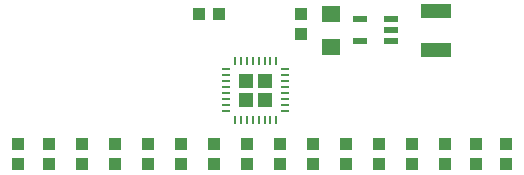
<source format=gbr>
G04 EAGLE Gerber RS-274X export*
G75*
%MOMM*%
%FSLAX34Y34*%
%LPD*%
%INSolderpaste Top*%
%IPPOS*%
%AMOC8*
5,1,8,0,0,1.08239X$1,22.5*%
G01*
%ADD10R,1.200000X0.550000*%
%ADD11R,1.600000X1.400000*%
%ADD12R,2.500000X1.200000*%
%ADD13R,1.000000X1.100000*%
%ADD14R,0.800000X0.284600*%
%ADD15R,0.284600X0.800000*%
%ADD16R,1.300000X1.300000*%
%ADD17R,1.100000X1.000000*%


D10*
X406701Y219100D03*
X406701Y228600D03*
X406701Y238100D03*
X380699Y238100D03*
X380699Y219100D03*
D11*
X355600Y242600D03*
X355600Y214600D03*
D12*
X444500Y245100D03*
X444500Y212100D03*
D13*
X330200Y225180D03*
X330200Y242180D03*
X91186Y132198D03*
X91186Y115198D03*
X116840Y132198D03*
X116840Y115198D03*
X144780Y132452D03*
X144780Y115452D03*
X172720Y132452D03*
X172720Y115452D03*
X200660Y132452D03*
X200660Y115452D03*
X228600Y132452D03*
X228600Y115452D03*
X256540Y132452D03*
X256540Y115452D03*
X284480Y131944D03*
X284480Y114944D03*
X312420Y132198D03*
X312420Y115198D03*
X340360Y132198D03*
X340360Y115198D03*
X368300Y132198D03*
X368300Y115198D03*
X396240Y132198D03*
X396240Y115198D03*
X424180Y132198D03*
X424180Y115198D03*
X452120Y132198D03*
X452120Y115198D03*
X478790Y132198D03*
X478790Y115198D03*
X504190Y132198D03*
X504190Y115198D03*
D14*
X267100Y195300D03*
X267100Y190300D03*
X267100Y185300D03*
X267100Y180300D03*
X267100Y175300D03*
X267100Y170300D03*
X267100Y165300D03*
X267100Y160300D03*
D15*
X274600Y152800D03*
X279600Y152800D03*
X284600Y152800D03*
X289600Y152800D03*
X294600Y152800D03*
X299600Y152800D03*
X304600Y152800D03*
X309600Y152800D03*
D14*
X317100Y160300D03*
X317100Y165300D03*
X317100Y170300D03*
X317100Y175300D03*
X317100Y180300D03*
X317100Y185300D03*
X317100Y190300D03*
X317100Y195300D03*
D15*
X309600Y202800D03*
X304600Y202800D03*
X299600Y202800D03*
X294600Y202800D03*
X289600Y202800D03*
X284600Y202800D03*
X279600Y202800D03*
X274600Y202800D03*
D16*
X300100Y185800D03*
X300100Y169800D03*
X284100Y185800D03*
X284100Y169800D03*
D17*
X244382Y242113D03*
X261382Y242113D03*
M02*

</source>
